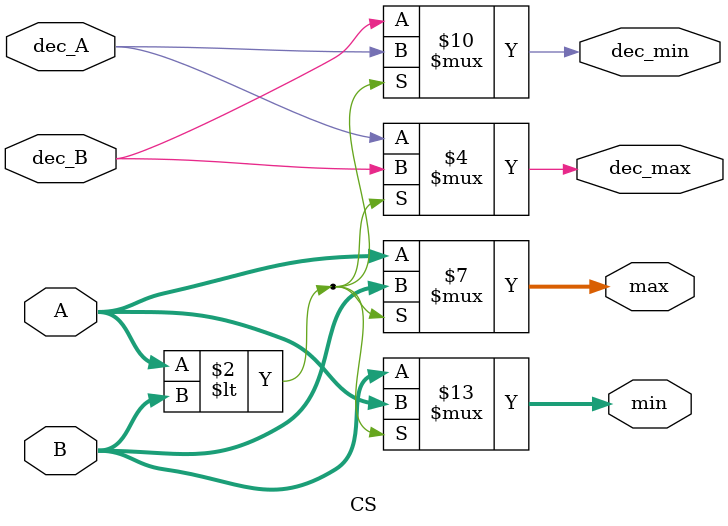
<source format=sv>
`timescale 1ns / 1ps

module CS(
    input  logic [6:0] A,
    input  logic       dec_A,
    input  logic [6:0] B,
    input  logic       dec_B,
    output logic [6:0] min,
    output logic       dec_min,
    output logic [6:0] max,
    output logic       dec_max
    );
    
    always_comb
    begin
        if(A < B) begin 
            min = A;
            dec_min = dec_A;
            max = B;
            dec_max = dec_B;
        end
        else begin
            min = B;
            dec_min = dec_B;
            max = A;
            dec_max = dec_A;
        end
    end    
    
endmodule

</source>
